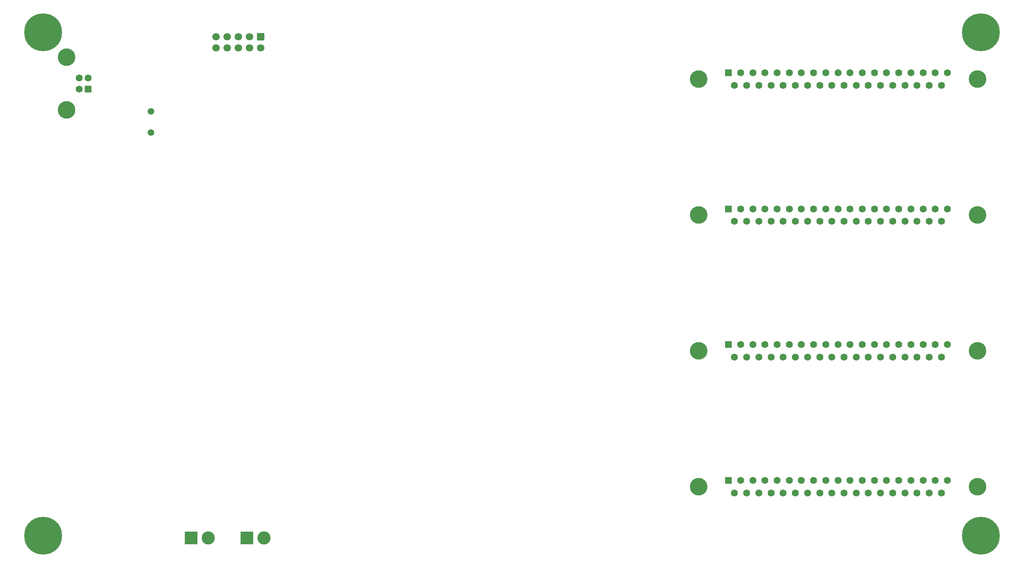
<source format=gbr>
G04 #@! TF.GenerationSoftware,KiCad,Pcbnew,7.0.6*
G04 #@! TF.CreationDate,2024-04-22T15:15:48+03:00*
G04 #@! TF.ProjectId,sensor_current_stand,73656e73-6f72-45f6-9375-7272656e745f,rev?*
G04 #@! TF.SameCoordinates,Original*
G04 #@! TF.FileFunction,Soldermask,Bot*
G04 #@! TF.FilePolarity,Negative*
%FSLAX46Y46*%
G04 Gerber Fmt 4.6, Leading zero omitted, Abs format (unit mm)*
G04 Created by KiCad (PCBNEW 7.0.6) date 2024-04-22 15:15:48*
%MOMM*%
%LPD*%
G01*
G04 APERTURE LIST*
G04 Aperture macros list*
%AMRoundRect*
0 Rectangle with rounded corners*
0 $1 Rounding radius*
0 $2 $3 $4 $5 $6 $7 $8 $9 X,Y pos of 4 corners*
0 Add a 4 corners polygon primitive as box body*
4,1,4,$2,$3,$4,$5,$6,$7,$8,$9,$2,$3,0*
0 Add four circle primitives for the rounded corners*
1,1,$1+$1,$2,$3*
1,1,$1+$1,$4,$5*
1,1,$1+$1,$6,$7*
1,1,$1+$1,$8,$9*
0 Add four rect primitives between the rounded corners*
20,1,$1+$1,$2,$3,$4,$5,0*
20,1,$1+$1,$4,$5,$6,$7,0*
20,1,$1+$1,$6,$7,$8,$9,0*
20,1,$1+$1,$8,$9,$2,$3,0*%
G04 Aperture macros list end*
%ADD10C,4.700000*%
%ADD11C,8.600000*%
%ADD12C,4.000000*%
%ADD13R,1.600000X1.600000*%
%ADD14C,1.600000*%
%ADD15C,3.000000*%
%ADD16R,3.000000X3.000000*%
%ADD17C,1.500000*%
%ADD18RoundRect,0.250000X-0.600000X0.600000X-0.600000X-0.600000X0.600000X-0.600000X0.600000X0.600000X0*%
%ADD19C,1.700000*%
G04 APERTURE END LIST*
D10*
X56500000Y-151200000D03*
D11*
X56500000Y-151200000D03*
X270000000Y-151200000D03*
D10*
X270000000Y-151200000D03*
D11*
X270000000Y-36400000D03*
D10*
X270000000Y-36400000D03*
D11*
X56500000Y-36400000D03*
D10*
X56500000Y-36400000D03*
D12*
X269200000Y-140050000D03*
X205700000Y-140050000D03*
D13*
X212520000Y-138630000D03*
D14*
X215290000Y-138630000D03*
X218060000Y-138630000D03*
X220830000Y-138630000D03*
X223600000Y-138630000D03*
X226370000Y-138630000D03*
X229140000Y-138630000D03*
X231910000Y-138630000D03*
X234680000Y-138630000D03*
X237450000Y-138630000D03*
X240220000Y-138630000D03*
X242990000Y-138630000D03*
X245760000Y-138630000D03*
X248530000Y-138630000D03*
X251300000Y-138630000D03*
X254070000Y-138630000D03*
X256840000Y-138630000D03*
X259610000Y-138630000D03*
X262380000Y-138630000D03*
X213905000Y-141470000D03*
X216675000Y-141470000D03*
X219445000Y-141470000D03*
X222215000Y-141470000D03*
X224985000Y-141470000D03*
X227755000Y-141470000D03*
X230525000Y-141470000D03*
X233295000Y-141470000D03*
X236065000Y-141470000D03*
X238835000Y-141470000D03*
X241605000Y-141470000D03*
X244375000Y-141470000D03*
X247145000Y-141470000D03*
X249915000Y-141470000D03*
X252685000Y-141470000D03*
X255455000Y-141470000D03*
X258225000Y-141470000D03*
X260995000Y-141470000D03*
D12*
X269200000Y-47080000D03*
X205700000Y-47080000D03*
D13*
X212520000Y-45660000D03*
D14*
X215290000Y-45660000D03*
X218060000Y-45660000D03*
X220830000Y-45660000D03*
X223600000Y-45660000D03*
X226370000Y-45660000D03*
X229140000Y-45660000D03*
X231910000Y-45660000D03*
X234680000Y-45660000D03*
X237450000Y-45660000D03*
X240220000Y-45660000D03*
X242990000Y-45660000D03*
X245760000Y-45660000D03*
X248530000Y-45660000D03*
X251300000Y-45660000D03*
X254070000Y-45660000D03*
X256840000Y-45660000D03*
X259610000Y-45660000D03*
X262380000Y-45660000D03*
X213905000Y-48500000D03*
X216675000Y-48500000D03*
X219445000Y-48500000D03*
X222215000Y-48500000D03*
X224985000Y-48500000D03*
X227755000Y-48500000D03*
X230525000Y-48500000D03*
X233295000Y-48500000D03*
X236065000Y-48500000D03*
X238835000Y-48500000D03*
X241605000Y-48500000D03*
X244375000Y-48500000D03*
X247145000Y-48500000D03*
X249915000Y-48500000D03*
X252685000Y-48500000D03*
X255455000Y-48500000D03*
X258225000Y-48500000D03*
X260995000Y-48500000D03*
X260995000Y-79520000D03*
X258225000Y-79520000D03*
X255455000Y-79520000D03*
X252685000Y-79520000D03*
X249915000Y-79520000D03*
X247145000Y-79520000D03*
X244375000Y-79520000D03*
X241605000Y-79520000D03*
X238835000Y-79520000D03*
X236065000Y-79520000D03*
X233295000Y-79520000D03*
X230525000Y-79520000D03*
X227755000Y-79520000D03*
X224985000Y-79520000D03*
X222215000Y-79520000D03*
X219445000Y-79520000D03*
X216675000Y-79520000D03*
X213905000Y-79520000D03*
X262380000Y-76680000D03*
X259610000Y-76680000D03*
X256840000Y-76680000D03*
X254070000Y-76680000D03*
X251300000Y-76680000D03*
X248530000Y-76680000D03*
X245760000Y-76680000D03*
X242990000Y-76680000D03*
X240220000Y-76680000D03*
X237450000Y-76680000D03*
X234680000Y-76680000D03*
X231910000Y-76680000D03*
X229140000Y-76680000D03*
X226370000Y-76680000D03*
X223600000Y-76680000D03*
X220830000Y-76680000D03*
X218060000Y-76680000D03*
X215290000Y-76680000D03*
D13*
X212520000Y-76680000D03*
D12*
X205700000Y-78100000D03*
X269200000Y-78100000D03*
X269200000Y-109050000D03*
X205700000Y-109050000D03*
D13*
X212520000Y-107630000D03*
D14*
X215290000Y-107630000D03*
X218060000Y-107630000D03*
X220830000Y-107630000D03*
X223600000Y-107630000D03*
X226370000Y-107630000D03*
X229140000Y-107630000D03*
X231910000Y-107630000D03*
X234680000Y-107630000D03*
X237450000Y-107630000D03*
X240220000Y-107630000D03*
X242990000Y-107630000D03*
X245760000Y-107630000D03*
X248530000Y-107630000D03*
X251300000Y-107630000D03*
X254070000Y-107630000D03*
X256840000Y-107630000D03*
X259610000Y-107630000D03*
X262380000Y-107630000D03*
X213905000Y-110470000D03*
X216675000Y-110470000D03*
X219445000Y-110470000D03*
X222215000Y-110470000D03*
X224985000Y-110470000D03*
X227755000Y-110470000D03*
X230525000Y-110470000D03*
X233295000Y-110470000D03*
X236065000Y-110470000D03*
X238835000Y-110470000D03*
X241605000Y-110470000D03*
X244375000Y-110470000D03*
X247145000Y-110470000D03*
X249915000Y-110470000D03*
X252685000Y-110470000D03*
X255455000Y-110470000D03*
X258225000Y-110470000D03*
X260995000Y-110470000D03*
D15*
X106772500Y-151700000D03*
D16*
X102892500Y-151700000D03*
D17*
X81017157Y-59300342D03*
X81017157Y-54420342D03*
D18*
X106000000Y-37460000D03*
D19*
X106000000Y-40000000D03*
X103460000Y-37460000D03*
X103460000Y-40000000D03*
X100920000Y-37460000D03*
X100920000Y-40000000D03*
X98380000Y-37460000D03*
X98380000Y-40000000D03*
X95840000Y-37460000D03*
X95840000Y-40000000D03*
D15*
X94072500Y-151700000D03*
D16*
X90192500Y-151700000D03*
D13*
X66687500Y-49350000D03*
D14*
X66687500Y-46850000D03*
X64687500Y-46850000D03*
X64687500Y-49350000D03*
D12*
X61827500Y-54100000D03*
X61827500Y-42100000D03*
M02*

</source>
